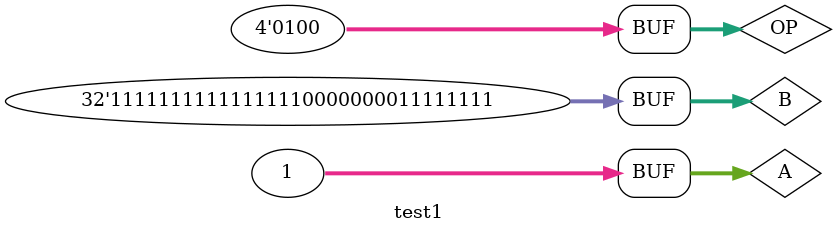
<source format=v>
`timescale 1ns / 1ps


module test1;

	// Inputs
	reg [3:0] OP;
	reg [32:1] A;
	reg [32:1] B;

	// Outputs
	wire [32:1] F;
	wire ZF;
	wire CF;
	wire OF;
	wire SF;
	wire PF;

	// Instantiate the Unit Under Test (UUT)
	ALU uut (
		.OP(OP), 
		.A(A), 
		.B(B), 
		.F(F), 
		.ZF(ZF), 
		.CF(CF), 
		.OF(OF), 
		.SF(SF), 
		.PF(PF)
	);

	initial begin
		// Initialize Inputs
		OP = 0;
		A = 0;
		B = 0;

		// Wait 100 ns for global reset to finish
		#100;
        A =32'h0000_0001;B=32'hffff_00ff;OP=4;
		// Add stimulus here

	end
      
endmodule


</source>
